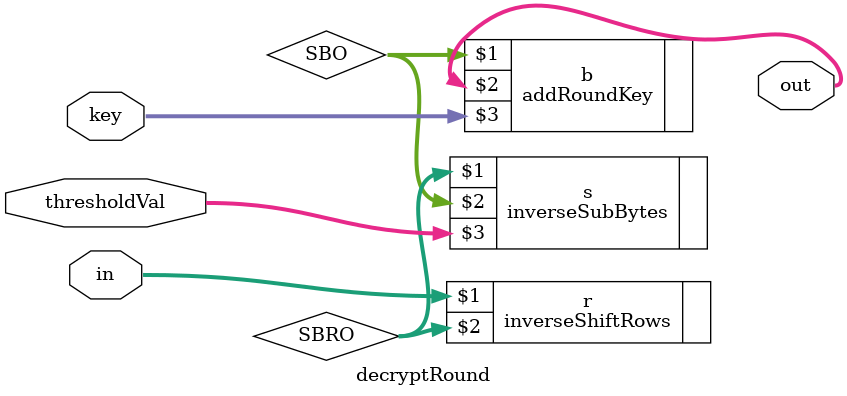
<source format=v>
module decryptRound(in,key,out,thresholdVal);
input [127:0] in;
output [127:0] out;
input [127:0] key;
input [127:0] thresholdVal;
wire [127:0] SBO;
wire [127:0] SBRO;

inverseShiftRows r(in,SBRO);
inverseSubBytes s(SBRO,SBO,thresholdVal);
addRoundKey b(SBO,out,key);

endmodule
</source>
